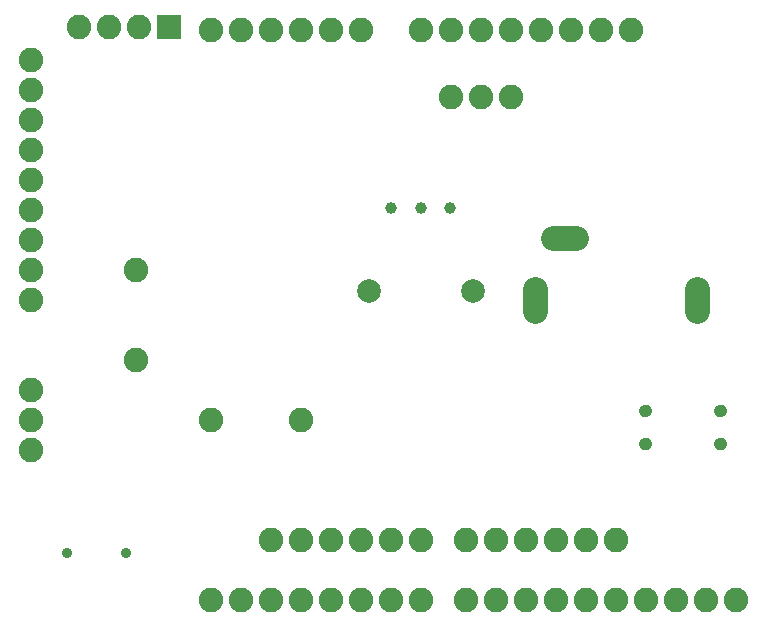
<source format=gts>
G75*
%MOIN*%
%OFA0B0*%
%FSLAX25Y25*%
%IPPOS*%
%LPD*%
%AMOC8*
5,1,8,0,0,1.08239X$1,22.5*
%
%ADD10C,0.08200*%
%ADD11C,0.03520*%
%ADD12C,0.03543*%
%ADD13C,0.07874*%
%ADD14C,0.03937*%
%ADD15R,0.08200X0.08200*%
%ADD16C,0.08280*%
%ADD17C,0.00500*%
D10*
X0099000Y0034000D03*
X0109000Y0034000D03*
X0119000Y0034000D03*
X0129000Y0034000D03*
X0139000Y0034000D03*
X0149000Y0034000D03*
X0159000Y0034000D03*
X0169000Y0034000D03*
X0184000Y0034000D03*
X0194000Y0034000D03*
X0204000Y0034000D03*
X0214000Y0034000D03*
X0224000Y0034000D03*
X0234000Y0034000D03*
X0244000Y0034000D03*
X0254000Y0034000D03*
X0264000Y0034000D03*
X0274000Y0034000D03*
X0234000Y0054000D03*
X0224000Y0054000D03*
X0214000Y0054000D03*
X0204000Y0054000D03*
X0194000Y0054000D03*
X0184000Y0054000D03*
X0169000Y0054000D03*
X0159000Y0054000D03*
X0149000Y0054000D03*
X0139000Y0054000D03*
X0129000Y0054000D03*
X0119000Y0054000D03*
X0129000Y0094000D03*
X0099000Y0094000D03*
X0074000Y0114000D03*
X0039000Y0104000D03*
X0039000Y0094000D03*
X0039000Y0084000D03*
X0039000Y0134000D03*
X0039000Y0144000D03*
X0039000Y0154000D03*
X0039000Y0164000D03*
X0039000Y0174000D03*
X0039000Y0184000D03*
X0039000Y0194000D03*
X0039000Y0204000D03*
X0039000Y0214000D03*
X0055000Y0225000D03*
X0065000Y0225000D03*
X0075000Y0225000D03*
X0099000Y0224000D03*
X0109000Y0224000D03*
X0119000Y0224000D03*
X0129000Y0224000D03*
X0139000Y0224000D03*
X0149000Y0224000D03*
X0169000Y0224000D03*
X0179000Y0224000D03*
X0189000Y0224000D03*
X0199000Y0224000D03*
X0209000Y0224000D03*
X0219000Y0224000D03*
X0229000Y0224000D03*
X0239000Y0224000D03*
X0199000Y0201500D03*
X0189000Y0201500D03*
X0179000Y0201500D03*
X0074000Y0144000D03*
D11*
X0051157Y0049500D03*
D12*
X0070843Y0049500D03*
D13*
X0151677Y0137000D03*
X0186323Y0137000D03*
D14*
X0178843Y0164559D03*
X0169000Y0164559D03*
X0159157Y0164559D03*
D15*
X0085000Y0225000D03*
D16*
X0213213Y0154472D02*
X0220693Y0154472D01*
X0207110Y0137740D02*
X0207110Y0130260D01*
X0261047Y0130260D02*
X0261047Y0137740D01*
D17*
X0268626Y0098692D02*
X0269020Y0098730D01*
X0269404Y0098683D01*
X0269767Y0098553D01*
X0270092Y0098344D01*
X0270363Y0098069D01*
X0270566Y0097740D01*
X0270690Y0097374D01*
X0270730Y0096990D01*
X0270696Y0096609D01*
X0270578Y0096244D01*
X0270382Y0095915D01*
X0270118Y0095638D01*
X0269798Y0095427D01*
X0269440Y0095292D01*
X0269060Y0095240D01*
X0268660Y0095275D01*
X0268277Y0095398D01*
X0267931Y0095604D01*
X0267640Y0095881D01*
X0267418Y0096216D01*
X0267275Y0096592D01*
X0267220Y0096990D01*
X0267272Y0097383D01*
X0267409Y0097755D01*
X0267625Y0098087D01*
X0267910Y0098362D01*
X0268249Y0098568D01*
X0268626Y0098692D01*
X0267823Y0098278D02*
X0270158Y0098278D01*
X0270542Y0097780D02*
X0267425Y0097780D01*
X0267258Y0097281D02*
X0270700Y0097281D01*
X0270712Y0096783D02*
X0267249Y0096783D01*
X0267392Y0096284D02*
X0270591Y0096284D01*
X0270259Y0095786D02*
X0267740Y0095786D01*
X0268623Y0095287D02*
X0269405Y0095287D01*
X0269020Y0087710D02*
X0269404Y0087663D01*
X0269767Y0087533D01*
X0270092Y0087324D01*
X0270363Y0087049D01*
X0270566Y0086720D01*
X0270690Y0086354D01*
X0270730Y0085970D01*
X0270696Y0085589D01*
X0270578Y0085224D01*
X0270382Y0084895D01*
X0270118Y0084618D01*
X0269798Y0084407D01*
X0269440Y0084272D01*
X0269060Y0084220D01*
X0268660Y0084255D01*
X0268277Y0084378D01*
X0267931Y0084584D01*
X0267640Y0084861D01*
X0267418Y0085196D01*
X0267275Y0085572D01*
X0267220Y0085970D01*
X0267272Y0086363D01*
X0267409Y0086735D01*
X0267625Y0087067D01*
X0267910Y0087342D01*
X0268249Y0087548D01*
X0268626Y0087672D01*
X0269020Y0087710D01*
X0270106Y0087311D02*
X0267878Y0087311D01*
X0267459Y0086812D02*
X0270509Y0086812D01*
X0270695Y0086314D02*
X0267265Y0086314D01*
X0267242Y0085815D02*
X0270717Y0085815D01*
X0270608Y0085317D02*
X0267372Y0085317D01*
X0267685Y0084818D02*
X0270309Y0084818D01*
X0269567Y0084320D02*
X0268459Y0084320D01*
X0245730Y0085970D02*
X0245690Y0086354D01*
X0245566Y0086720D01*
X0245363Y0087049D01*
X0245092Y0087324D01*
X0244767Y0087533D01*
X0244404Y0087663D01*
X0244020Y0087710D01*
X0243626Y0087672D01*
X0243249Y0087548D01*
X0242910Y0087342D01*
X0242625Y0087067D01*
X0242409Y0086735D01*
X0242272Y0086363D01*
X0242220Y0085970D01*
X0242275Y0085572D01*
X0242418Y0085196D01*
X0242640Y0084861D01*
X0242931Y0084584D01*
X0243277Y0084378D01*
X0243660Y0084255D01*
X0244060Y0084220D01*
X0244440Y0084272D01*
X0244798Y0084407D01*
X0245118Y0084618D01*
X0245382Y0084895D01*
X0245578Y0085224D01*
X0245696Y0085589D01*
X0245730Y0085970D01*
X0245717Y0085815D02*
X0242242Y0085815D01*
X0242265Y0086314D02*
X0245695Y0086314D01*
X0245509Y0086812D02*
X0242459Y0086812D01*
X0242878Y0087311D02*
X0245106Y0087311D01*
X0245608Y0085317D02*
X0242372Y0085317D01*
X0242685Y0084818D02*
X0245309Y0084818D01*
X0244567Y0084320D02*
X0243459Y0084320D01*
X0244060Y0095240D02*
X0243660Y0095275D01*
X0243277Y0095398D01*
X0242931Y0095604D01*
X0242640Y0095881D01*
X0242418Y0096216D01*
X0242275Y0096592D01*
X0242220Y0096990D01*
X0242272Y0097383D01*
X0242409Y0097755D01*
X0242625Y0098087D01*
X0242910Y0098362D01*
X0243249Y0098568D01*
X0243626Y0098692D01*
X0244020Y0098730D01*
X0244404Y0098683D01*
X0244767Y0098553D01*
X0245092Y0098344D01*
X0245363Y0098069D01*
X0245566Y0097740D01*
X0245690Y0097374D01*
X0245730Y0096990D01*
X0245696Y0096609D01*
X0245578Y0096244D01*
X0245382Y0095915D01*
X0245118Y0095638D01*
X0244798Y0095427D01*
X0244440Y0095292D01*
X0244060Y0095240D01*
X0244405Y0095287D02*
X0243623Y0095287D01*
X0242740Y0095786D02*
X0245259Y0095786D01*
X0245591Y0096284D02*
X0242392Y0096284D01*
X0242249Y0096783D02*
X0245712Y0096783D01*
X0245700Y0097281D02*
X0242258Y0097281D01*
X0242425Y0097780D02*
X0245542Y0097780D01*
X0245158Y0098278D02*
X0242823Y0098278D01*
M02*

</source>
